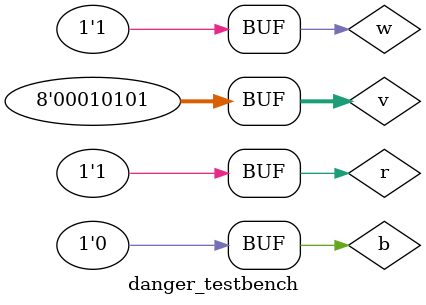
<source format=v>
module danger_testbench();
reg [7:0] v;
reg b, r, w;
wire dang;

danger d(dang, v, b, r, w);


initial begin
v = 8'b0;
b = 0;
r = 0;
w = 1;
#20;

v = 8'd20;
#20;

v = 8'd21;
#20;

b = 1;
#10;

b = 0;
r = 1;
#10;

end

endmodule

</source>
